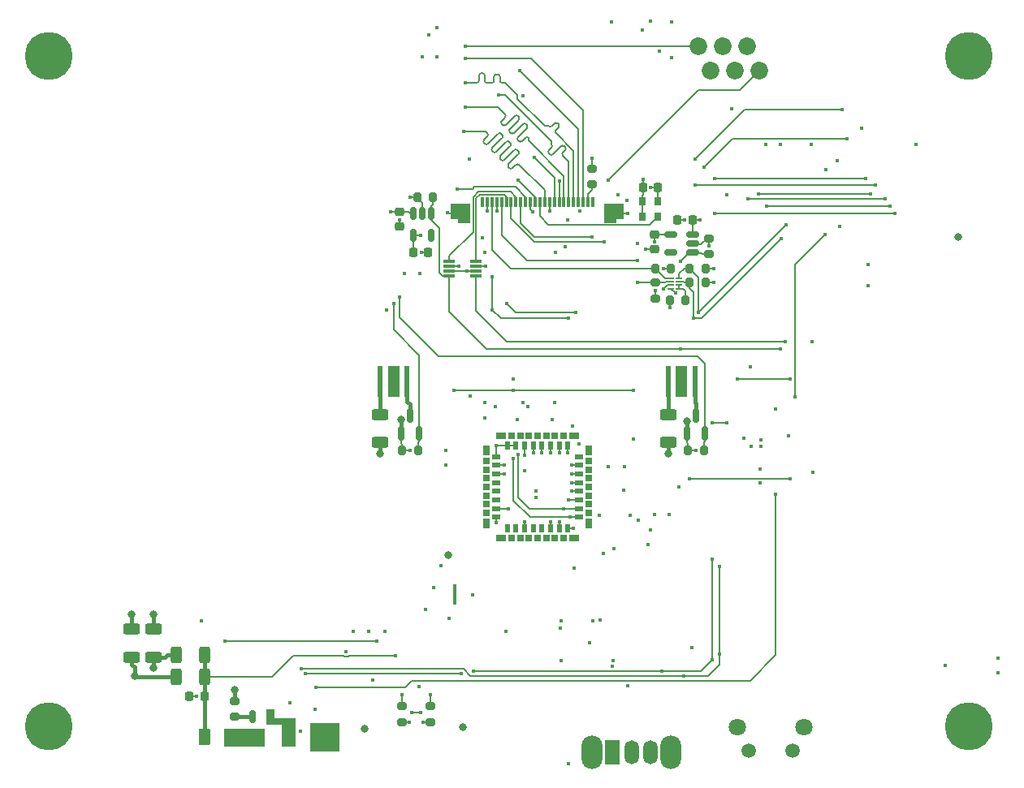
<source format=gbr>
%TF.GenerationSoftware,KiCad,Pcbnew,9.0.6+1*%
%TF.CreationDate,2026-01-19T19:04:29+00:00*%
%TF.ProjectId,Mainboard,4d61696e-626f-4617-9264-2e6b69636164, + (Unreleased)*%
%TF.SameCoordinates,Original*%
%TF.FileFunction,Copper,L4,Bot*%
%TF.FilePolarity,Positive*%
%FSLAX46Y46*%
G04 Gerber Fmt 4.6, Leading zero omitted, Abs format (unit mm)*
G04 Created by KiCad (PCBNEW 9.0.6+1) date 2026-01-19 19:04:29*
%MOMM*%
%LPD*%
G01*
G04 APERTURE LIST*
G04 Aperture macros list*
%AMRoundRect*
0 Rectangle with rounded corners*
0 $1 Rounding radius*
0 $2 $3 $4 $5 $6 $7 $8 $9 X,Y pos of 4 corners*
0 Add a 4 corners polygon primitive as box body*
4,1,4,$2,$3,$4,$5,$6,$7,$8,$9,$2,$3,0*
0 Add four circle primitives for the rounded corners*
1,1,$1+$1,$2,$3*
1,1,$1+$1,$4,$5*
1,1,$1+$1,$6,$7*
1,1,$1+$1,$8,$9*
0 Add four rect primitives between the rounded corners*
20,1,$1+$1,$2,$3,$4,$5,0*
20,1,$1+$1,$4,$5,$6,$7,0*
20,1,$1+$1,$6,$7,$8,$9,0*
20,1,$1+$1,$8,$9,$2,$3,0*%
%AMFreePoly0*
4,1,7,1.050000,-0.975000,-1.050000,-0.975000,-1.050000,0.625000,-0.250000,0.625000,-0.250000,0.975000,1.050000,0.975000,1.050000,-0.975000,1.050000,-0.975000,$1*%
%AMFreePoly1*
4,1,7,0.250000,0.625000,1.050000,0.625000,1.050000,-0.975000,-1.050000,-0.975000,-1.050000,0.975000,0.250000,0.975000,0.250000,0.625000,0.250000,0.625000,$1*%
G04 Aperture macros list end*
%TA.AperFunction,ComponentPad*%
%ADD10C,0.800000*%
%TD*%
%TA.AperFunction,ComponentPad*%
%ADD11C,5.000000*%
%TD*%
%TA.AperFunction,ComponentPad*%
%ADD12C,1.500000*%
%TD*%
%TA.AperFunction,ComponentPad*%
%ADD13C,1.800000*%
%TD*%
%TA.AperFunction,ComponentPad*%
%ADD14O,2.200000X3.500000*%
%TD*%
%TA.AperFunction,ComponentPad*%
%ADD15R,1.500000X2.500000*%
%TD*%
%TA.AperFunction,ComponentPad*%
%ADD16O,1.500000X2.500000*%
%TD*%
%TA.AperFunction,SMDPad,CuDef*%
%ADD17RoundRect,0.225000X0.225000X0.250000X-0.225000X0.250000X-0.225000X-0.250000X0.225000X-0.250000X0*%
%TD*%
%TA.AperFunction,SMDPad,CuDef*%
%ADD18R,0.650000X0.850000*%
%TD*%
%TA.AperFunction,SMDPad,CuDef*%
%ADD19RoundRect,0.225000X-0.250000X0.225000X-0.250000X-0.225000X0.250000X-0.225000X0.250000X0.225000X0*%
%TD*%
%TA.AperFunction,SMDPad,CuDef*%
%ADD20RoundRect,0.075000X0.075000X0.475000X-0.075000X0.475000X-0.075000X-0.475000X0.075000X-0.475000X0*%
%TD*%
%TA.AperFunction,SMDPad,CuDef*%
%ADD21FreePoly0,180.000000*%
%TD*%
%TA.AperFunction,SMDPad,CuDef*%
%ADD22FreePoly1,180.000000*%
%TD*%
%TA.AperFunction,SMDPad,CuDef*%
%ADD23RoundRect,0.200000X0.275000X-0.200000X0.275000X0.200000X-0.275000X0.200000X-0.275000X-0.200000X0*%
%TD*%
%TA.AperFunction,SMDPad,CuDef*%
%ADD24RoundRect,0.250000X-0.625000X0.312500X-0.625000X-0.312500X0.625000X-0.312500X0.625000X0.312500X0*%
%TD*%
%TA.AperFunction,SMDPad,CuDef*%
%ADD25RoundRect,0.200000X-0.275000X0.200000X-0.275000X-0.200000X0.275000X-0.200000X0.275000X0.200000X0*%
%TD*%
%TA.AperFunction,SMDPad,CuDef*%
%ADD26RoundRect,0.150000X-0.150000X0.512500X-0.150000X-0.512500X0.150000X-0.512500X0.150000X0.512500X0*%
%TD*%
%TA.AperFunction,SMDPad,CuDef*%
%ADD27RoundRect,0.200000X0.200000X0.275000X-0.200000X0.275000X-0.200000X-0.275000X0.200000X-0.275000X0*%
%TD*%
%TA.AperFunction,SMDPad,CuDef*%
%ADD28R,0.650000X0.170000*%
%TD*%
%TA.AperFunction,SMDPad,CuDef*%
%ADD29R,0.500000X3.300000*%
%TD*%
%TA.AperFunction,SMDPad,CuDef*%
%ADD30R,1.300000X3.300000*%
%TD*%
%TA.AperFunction,SMDPad,CuDef*%
%ADD31RoundRect,0.200000X-0.200000X-0.275000X0.200000X-0.275000X0.200000X0.275000X-0.200000X0.275000X0*%
%TD*%
%TA.AperFunction,ComponentPad*%
%ADD32C,1.850000*%
%TD*%
%TA.AperFunction,SMDPad,CuDef*%
%ADD33RoundRect,0.250000X-0.312500X-0.625000X0.312500X-0.625000X0.312500X0.625000X-0.312500X0.625000X0*%
%TD*%
%TA.AperFunction,SMDPad,CuDef*%
%ADD34R,0.650000X1.100000*%
%TD*%
%TA.AperFunction,SMDPad,CuDef*%
%ADD35R,0.650000X0.650000*%
%TD*%
%TA.AperFunction,SMDPad,CuDef*%
%ADD36R,1.100000X0.650000*%
%TD*%
%TA.AperFunction,SMDPad,CuDef*%
%ADD37R,0.840000X0.500000*%
%TD*%
%TA.AperFunction,SMDPad,CuDef*%
%ADD38R,0.500000X0.840000*%
%TD*%
%TA.AperFunction,SMDPad,CuDef*%
%ADD39RoundRect,0.087500X0.537500X0.087500X-0.537500X0.087500X-0.537500X-0.087500X0.537500X-0.087500X0*%
%TD*%
%TA.AperFunction,SMDPad,CuDef*%
%ADD40RoundRect,0.225000X-0.225000X-0.250000X0.225000X-0.250000X0.225000X0.250000X-0.225000X0.250000X0*%
%TD*%
%TA.AperFunction,SMDPad,CuDef*%
%ADD41RoundRect,0.150000X0.512500X0.150000X-0.512500X0.150000X-0.512500X-0.150000X0.512500X-0.150000X0*%
%TD*%
%TA.AperFunction,SMDPad,CuDef*%
%ADD42RoundRect,0.250000X-0.375000X-0.625000X0.375000X-0.625000X0.375000X0.625000X-0.375000X0.625000X0*%
%TD*%
%TA.AperFunction,SMDPad,CuDef*%
%ADD43RoundRect,0.150000X0.150000X-0.587500X0.150000X0.587500X-0.150000X0.587500X-0.150000X-0.587500X0*%
%TD*%
%TA.AperFunction,SMDPad,CuDef*%
%ADD44RoundRect,0.250000X0.625000X-0.312500X0.625000X0.312500X-0.625000X0.312500X-0.625000X-0.312500X0*%
%TD*%
%TA.AperFunction,ViaPad*%
%ADD45C,0.450000*%
%TD*%
%TA.AperFunction,ViaPad*%
%ADD46C,0.800000*%
%TD*%
%TA.AperFunction,Conductor*%
%ADD47C,0.200000*%
%TD*%
%TA.AperFunction,Conductor*%
%ADD48C,0.400000*%
%TD*%
%TA.AperFunction,Conductor*%
%ADD49C,0.300000*%
%TD*%
G04 APERTURE END LIST*
D10*
%TO.P,REF\u002A\u002A,1*%
%TO.N,N/C*%
X259125000Y-123000000D03*
X259674175Y-121674175D03*
X259674175Y-124325825D03*
X261000000Y-121125000D03*
D11*
X261000000Y-123000000D03*
D10*
X261000000Y-124875000D03*
X262325825Y-121674175D03*
X262325825Y-124325825D03*
X262875000Y-123000000D03*
%TD*%
D12*
%TO.P,SW901,1,1*%
%TO.N,/Project Architecture/MCU/ESP-Enable*%
X242550000Y-195550000D03*
%TO.P,SW901,2,2*%
%TO.N,GND*%
X238050000Y-195550000D03*
D13*
%TO.P,SW901,SH,B*%
X236800000Y-193050000D03*
X243800000Y-193050000D03*
%TD*%
D10*
%TO.P,REF\u002A\u002A,1*%
%TO.N,N/C*%
X259125000Y-193000000D03*
X259674175Y-191674175D03*
X259674175Y-194325825D03*
X261000000Y-191125000D03*
D11*
X261000000Y-193000000D03*
D10*
X261000000Y-194875000D03*
X262325825Y-191674175D03*
X262325825Y-194325825D03*
X262875000Y-193000000D03*
%TD*%
%TO.P,REF\u002A\u002A,1*%
%TO.N,N/C*%
X163125000Y-193000000D03*
X163674175Y-191674175D03*
X163674175Y-194325825D03*
X165000000Y-191125000D03*
D11*
X165000000Y-193000000D03*
D10*
X165000000Y-194875000D03*
X166325825Y-191674175D03*
X166325825Y-194325825D03*
X166875000Y-193000000D03*
%TD*%
D14*
%TO.P,SW701,*%
%TO.N,*%
X221700000Y-195700000D03*
X229900000Y-195700000D03*
D15*
%TO.P,SW701,1,A*%
%TO.N,Net-(SW701-A)*%
X223800000Y-195700000D03*
D16*
%TO.P,SW701,2,B*%
%TO.N,Net-(IC801-EN)*%
X225800000Y-195700000D03*
%TO.P,SW701,3,C*%
%TO.N,+BATT*%
X227800000Y-195700000D03*
%TD*%
D10*
%TO.P,REF\u002A\u002A,1*%
%TO.N,N/C*%
X163125000Y-123000000D03*
X163674175Y-121674175D03*
X163674175Y-124325825D03*
X165000000Y-121125000D03*
D11*
X165000000Y-123000000D03*
D10*
X165000000Y-124875000D03*
X166325825Y-121674175D03*
X166325825Y-124325825D03*
X166875000Y-123000000D03*
%TD*%
D17*
%TO.P,C702,1*%
%TO.N,Net-(IC702-OUT)*%
X181275000Y-189800000D03*
%TO.P,C702,2*%
%TO.N,GND*%
X179725000Y-189800000D03*
%TD*%
D18*
%TO.P,Y1201,1,Tri-State*%
%TO.N,Camera-2V8*%
X226900000Y-138225000D03*
%TO.P,Y1201,2,GND*%
%TO.N,GND*%
X228550000Y-138225000D03*
%TO.P,Y1201,3,OUT*%
%TO.N,/Project Architecture/Camera/MCLK*%
X228550000Y-139775000D03*
%TO.P,Y1201,4,VDD*%
%TO.N,Camera-2V8*%
X226900000Y-139775000D03*
%TD*%
D19*
%TO.P,C804,1*%
%TO.N,Camera-2V8*%
X228200000Y-141650000D03*
%TO.P,C804,2*%
%TO.N,GND*%
X228200000Y-143200000D03*
%TD*%
D20*
%TO.P,X1201,1,Pin_1*%
%TO.N,unconnected-(X1201-Pin_1-Pad1)*%
X221750000Y-138300000D03*
%TO.P,X1201,2,Pin_2*%
%TO.N,Net-(X1201-Pin_2)*%
X221250000Y-138300000D03*
%TO.P,X1201,3,Pin_3*%
%TO.N,/Project Architecture/Camera/Camera-D2*%
X220750000Y-138300000D03*
%TO.P,X1201,4,Pin_4*%
%TO.N,/Project Architecture/Camera/Camera-D1*%
X220250000Y-138300000D03*
%TO.P,X1201,5,Pin_5*%
%TO.N,/Project Architecture/Camera/Camera-D3*%
X219750000Y-138300000D03*
%TO.P,X1201,6,Pin_6*%
%TO.N,/Project Architecture/Camera/Camera-D0*%
X219250000Y-138300000D03*
%TO.P,X1201,7,Pin_7*%
%TO.N,/Project Architecture/Camera/Camera-D4*%
X218750000Y-138300000D03*
%TO.P,X1201,8,Pin_8*%
%TO.N,/Project Architecture/Camera/Camera-PCLK*%
X218250000Y-138300000D03*
%TO.P,X1201,9,Pin_9*%
%TO.N,/Project Architecture/Camera/Camera-D5*%
X217750000Y-138300000D03*
%TO.P,X1201,10,Pin_10*%
%TO.N,GND*%
X217250000Y-138300000D03*
%TO.P,X1201,11,Pin_11*%
%TO.N,/Project Architecture/Camera/Camera-D6*%
X216750000Y-138300000D03*
%TO.P,X1201,12,Pin_12*%
%TO.N,/Project Architecture/Camera/MCLK*%
X216250000Y-138300000D03*
%TO.P,X1201,13,Pin_13*%
%TO.N,/Project Architecture/Camera/Camera-D7*%
X215750000Y-138300000D03*
%TO.P,X1201,14,Pin_14*%
%TO.N,Camera-2V8*%
X215250000Y-138300000D03*
%TO.P,X1201,15,Pin_15*%
%TO.N,Camera-1V5*%
X214750000Y-138300000D03*
%TO.P,X1201,16,Pin_16*%
%TO.N,/Project Architecture/Camera/Camera-HREF*%
X214250000Y-138300000D03*
%TO.P,X1201,17,Pin_17*%
%TO.N,/Project Architecture/Camera/Camera-PWR_{LV}*%
X213750000Y-138300000D03*
%TO.P,X1201,18,Pin_18*%
%TO.N,/Project Architecture/Camera/Camera-VSync*%
X213250000Y-138300000D03*
%TO.P,X1201,19,Pin_19*%
%TO.N,/Project Architecture/Camera/~{Camera-Reset}_{LV}*%
X212750000Y-138300000D03*
%TO.P,X1201,20,Pin_20*%
%TO.N,/Project Architecture/Camera/SCL_{LV}*%
X212250000Y-138300000D03*
%TO.P,X1201,21,Pin_21*%
%TO.N,Camera-2V8*%
X211750000Y-138300000D03*
%TO.P,X1201,22,Pin_22*%
%TO.N,/Project Architecture/Camera/SDA_{LV}*%
X211250000Y-138300000D03*
%TO.P,X1201,23,Pin_23*%
%TO.N,GND*%
X210750000Y-138300000D03*
%TO.P,X1201,24,Pin_24*%
%TO.N,unconnected-(X1201-Pin_24-Pad24)*%
X210250000Y-138300000D03*
D21*
%TO.P,X1201,MP,MountPin*%
%TO.N,GND*%
X224000000Y-139425000D03*
D22*
X208000000Y-139425000D03*
%TD*%
D23*
%TO.P,R802,1*%
%TO.N,/Project Architecture/Camera/Camera-PWR*%
X233843750Y-143700000D03*
%TO.P,R802,2*%
%TO.N,GND*%
X233843750Y-142050000D03*
%TD*%
D24*
%TO.P,R1104,1*%
%TO.N,Net-(D1101-A)*%
X199600000Y-160437500D03*
%TO.P,R1104,2*%
%TO.N,+BATT*%
X199600000Y-163362500D03*
%TD*%
D19*
%TO.P,C802,1*%
%TO.N,+3V3*%
X201575001Y-139300000D03*
%TO.P,C802,2*%
%TO.N,GND*%
X201575001Y-140850000D03*
%TD*%
D25*
%TO.P,R709,1*%
%TO.N,GND*%
X184400000Y-190312500D03*
%TO.P,R709,2*%
%TO.N,Net-(Q701-G)*%
X184400000Y-191962500D03*
%TD*%
D26*
%TO.P,Q701,1,G*%
%TO.N,Net-(Q701-G)*%
X186250000Y-191962500D03*
%TO.P,Q701,2,S*%
%TO.N,Net-(IC703-CELL)*%
X188150000Y-191962500D03*
%TO.P,Q701,3,D*%
%TO.N,Net-(Q701-D)*%
X187200000Y-194237500D03*
%TD*%
D24*
%TO.P,R1106,1*%
%TO.N,Net-(D1102-A)*%
X229600000Y-160437500D03*
%TO.P,R1106,2*%
%TO.N,+BATT*%
X229600000Y-163362500D03*
%TD*%
D27*
%TO.P,R801,1*%
%TO.N,/Project Architecture/Camera/Camera-PWR*%
X205100000Y-137800000D03*
%TO.P,R801,2*%
%TO.N,GND*%
X203450000Y-137800000D03*
%TD*%
D28*
%TO.P,IC1202,1,GND*%
%TO.N,GND*%
X229900000Y-147300000D03*
%TO.P,IC1202,2,VCC_{1}*%
%TO.N,Camera-2V8*%
X229899999Y-146950000D03*
%TO.P,IC1202,3,SCL_{1}*%
%TO.N,/Project Architecture/Camera/SCL_{LV}*%
X229899999Y-146600000D03*
%TO.P,IC1202,4,SDA_{1}*%
%TO.N,/Project Architecture/Camera/SDA_{LV}*%
X229900000Y-146250000D03*
%TO.P,IC1202,5,SDA_{2}*%
%TO.N,/Project Architecture/Battery/I2C-SDA*%
X230749998Y-146250000D03*
%TO.P,IC1202,6,SCL_{2}*%
%TO.N,/Project Architecture/Battery/I2C-SCL*%
X230749999Y-146600000D03*
%TO.P,IC1202,7,VCC_{2}*%
%TO.N,Net-(IC1202-EN)*%
X230749999Y-146950000D03*
%TO.P,IC1202,8,EN*%
X230749998Y-147300000D03*
%TD*%
D29*
%TO.P,D1102,1,K*%
%TO.N,Net-(D1102-K)*%
X232399999Y-157000000D03*
%TO.P,D1102,2,A*%
%TO.N,Net-(D1102-A)*%
X229600001Y-157000000D03*
D30*
%TO.P,D1102,3*%
%TO.N,N/C*%
X231000000Y-157000000D03*
%TD*%
D31*
%TO.P,R1206,1*%
%TO.N,+3V3*%
X229775000Y-148500000D03*
%TO.P,R1206,2*%
%TO.N,Net-(IC1202-EN)*%
X231425000Y-148500000D03*
%TD*%
%TO.P,R1103,1*%
%TO.N,GND*%
X201875000Y-164200000D03*
%TO.P,R1103,2*%
%TO.N,/Project Architecture/Peripherals/LED-Flash_{1}*%
X203525000Y-164200000D03*
%TD*%
D32*
%TO.P,X901,1,Pin_1*%
%TO.N,/Project Architecture/MCU/ESP-Enable*%
X232790000Y-122030000D03*
%TO.P,X901,2,Pin_2*%
%TO.N,+3V3*%
X234060000Y-124570000D03*
%TO.P,X901,3,Pin_3*%
%TO.N,/Project Architecture/MCU/ESP-TxD*%
X235330000Y-122030000D03*
%TO.P,X901,4,Pin_4*%
%TO.N,GND*%
X236600000Y-124570001D03*
%TO.P,X901,5,Pin_5*%
%TO.N,/Project Architecture/MCU/ESP-RxD*%
X237870000Y-122030000D03*
%TO.P,X901,6,Pin_6*%
%TO.N,/Project Architecture/MCU/ESP-Boot*%
X239140000Y-124570000D03*
%TD*%
D33*
%TO.P,R711,1*%
%TO.N,Net-(IC703-CELL)*%
X190037500Y-194100000D03*
%TO.P,R711,2*%
%TO.N,+BATT*%
X192962500Y-194100000D03*
%TD*%
D29*
%TO.P,D1101,1,K*%
%TO.N,Net-(D1101-K)*%
X202399999Y-157000000D03*
%TO.P,D1101,2,A*%
%TO.N,Net-(D1101-A)*%
X199600001Y-157000000D03*
D30*
%TO.P,D1101,3*%
%TO.N,N/C*%
X201000000Y-157000000D03*
%TD*%
D34*
%TO.P,X1001,*%
%TO.N,*%
X210695000Y-164175000D03*
D35*
X210695000Y-165300000D03*
X210695000Y-166200000D03*
X210695000Y-167100000D03*
X210695000Y-168000000D03*
X210695000Y-168900000D03*
X210695000Y-169800000D03*
X210695000Y-170700000D03*
D34*
X210695000Y-171825000D03*
D36*
X212175000Y-162695000D03*
X212175000Y-173305000D03*
D35*
X213300000Y-162695000D03*
X213300000Y-173305000D03*
X214200000Y-162695000D03*
X214200000Y-173305000D03*
X215100000Y-162695000D03*
X215100000Y-173305000D03*
X216000000Y-162695000D03*
X216000000Y-173305000D03*
X216900000Y-162695000D03*
X216900000Y-173305000D03*
X217800000Y-162695000D03*
X217800000Y-173305000D03*
X218700000Y-162695000D03*
X218700000Y-173305000D03*
D36*
X219825000Y-162695000D03*
X219825000Y-173305000D03*
D34*
X221305000Y-164175000D03*
D35*
X221305000Y-165300000D03*
X221305000Y-166200000D03*
X221305000Y-167100000D03*
X221305000Y-168000000D03*
X221305000Y-168900000D03*
X221305000Y-169800000D03*
X221305000Y-170700000D03*
D34*
X221305000Y-171825000D03*
D37*
%TO.P,X1001,1,Pin_1*%
%TO.N,GND*%
X211690000Y-171150000D03*
%TO.P,X1001,2,Pin_2*%
%TO.N,/Project Architecture/Lepton/Lepton-VSync_{LV}*%
X211690000Y-170250000D03*
%TO.P,X1001,3,Pin_3*%
%TO.N,unconnected-(X1001-Pin_3-Pad3)*%
X211690000Y-169350000D03*
%TO.P,X1001,4,Pin_4*%
%TO.N,unconnected-(X1001-Pin_4-Pad4)*%
X211690000Y-168450000D03*
%TO.P,X1001,5,Pin_5*%
%TO.N,unconnected-(X1001-Pin_5-Pad5)*%
X211690000Y-167550000D03*
%TO.P,X1001,6,Pin_6*%
%TO.N,GND*%
X211690000Y-166650000D03*
%TO.P,X1001,7,Pin_7*%
%TO.N,Lepton-1V2*%
X211690000Y-165750000D03*
%TO.P,X1001,8,Pin_8*%
%TO.N,GND*%
X211690000Y-164850000D03*
D38*
%TO.P,X1001,9,Pin_9*%
X212850000Y-163690000D03*
%TO.P,X1001,10,Pin_10*%
X213750000Y-163690000D03*
%TO.P,X1001,11,Pin_11*%
%TO.N,Net-(X1001-Pin_11)*%
X214650000Y-163690000D03*
%TO.P,X1001,12,Pin_12*%
%TO.N,/Project Architecture/Lepton/Lepton-MISO_{LV}*%
X215550000Y-163690000D03*
%TO.P,X1001,13,Pin_13*%
%TO.N,/Project Architecture/Lepton/Lepton-SCLK_{LV}*%
X216450000Y-163690000D03*
%TO.P,X1001,14,Pin_14*%
%TO.N,/Project Architecture/Lepton/~{Lepton-CS}_{LV}*%
X217350000Y-163690000D03*
%TO.P,X1001,15,Pin_15*%
%TO.N,GND*%
X218250000Y-163690000D03*
%TO.P,X1001,16,Pin_16*%
%TO.N,Lepton-3V0*%
X219150000Y-163690000D03*
D37*
%TO.P,X1001,17,Pin_17*%
%TO.N,unconnected-(X1001-Pin_17-Pad17)*%
X220310000Y-164850000D03*
%TO.P,X1001,18,Pin_18*%
%TO.N,GND*%
X220310000Y-165750000D03*
%TO.P,X1001,19,Pin_19*%
%TO.N,Lepton-2V8*%
X220310000Y-166650000D03*
%TO.P,X1001,20,Pin_20*%
%TO.N,GND*%
X220310000Y-167550000D03*
%TO.P,X1001,21,Pin_21*%
%TO.N,/Project Architecture/Lepton/SCL_{LV}*%
X220310000Y-168450000D03*
%TO.P,X1001,22,Pin_22*%
%TO.N,/Project Architecture/Lepton/SDA_{LV}*%
X220310000Y-169350000D03*
%TO.P,X1001,23,Pin_23*%
%TO.N,/Project Architecture/Lepton/~{Lepton-PWR}_{LV}*%
X220310000Y-170250000D03*
%TO.P,X1001,24,Pin_24*%
%TO.N,/Project Architecture/Lepton/~{Lepton-Reset}_{LV}*%
X220310000Y-171150000D03*
D38*
%TO.P,X1001,25,Pin_25*%
%TO.N,GND*%
X219150000Y-172310000D03*
%TO.P,X1001,26,Pin_26*%
%TO.N,Net-(X1001-Pin_26)*%
X218250000Y-172310000D03*
%TO.P,X1001,27,Pin_27*%
%TO.N,GND*%
X217350000Y-172310000D03*
%TO.P,X1001,28,Pin_28*%
%TO.N,unconnected-(X1001-Pin_28-Pad28)*%
X216450000Y-172310000D03*
%TO.P,X1001,29,Pin_29*%
%TO.N,unconnected-(X1001-Pin_29-Pad29)*%
X215550000Y-172310000D03*
%TO.P,X1001,30,Pin_30*%
%TO.N,GND*%
X214650000Y-172310000D03*
%TO.P,X1001,31,Pin_31*%
%TO.N,unconnected-(X1001-Pin_31-Pad31)*%
X213750000Y-172310000D03*
%TO.P,X1001,32,Pin_32*%
%TO.N,unconnected-(X1001-Pin_32-Pad32)*%
X212850000Y-172310000D03*
%TD*%
D39*
%TO.P,IC1201,1,B2*%
%TO.N,/Project Architecture/Camera/~{Camera-Reset}_{LV}*%
X209600000Y-144449999D03*
%TO.P,IC1201,2,GND*%
%TO.N,GND*%
X209600000Y-144950000D03*
%TO.P,IC1201,3,VCCA*%
%TO.N,+3V3*%
X209600000Y-145450000D03*
%TO.P,IC1201,4,A2*%
%TO.N,/Project Architecture/Camera/~{Camera-Reset}*%
X209600000Y-145950001D03*
%TO.P,IC1201,5,A1*%
%TO.N,/Project Architecture/Camera/Camera-PWR*%
X206800000Y-145950001D03*
%TO.P,IC1201,6,OE*%
%TO.N,+3V3*%
X206800000Y-145450000D03*
%TO.P,IC1201,7,VCCB*%
%TO.N,Camera-2V8*%
X206800000Y-144950000D03*
%TO.P,IC1201,8,B1*%
%TO.N,/Project Architecture/Camera/Camera-PWR_{LV}*%
X206800000Y-144449999D03*
%TD*%
D17*
%TO.P,C803,1*%
%TO.N,+3V3*%
X232137500Y-140100000D03*
%TO.P,C803,2*%
%TO.N,GND*%
X230587500Y-140100000D03*
%TD*%
D31*
%TO.P,R1208,1*%
%TO.N,/Project Architecture/Battery/I2C-SDA*%
X231875000Y-145200000D03*
%TO.P,R1208,2*%
%TO.N,+3V3*%
X233525000Y-145200000D03*
%TD*%
D40*
%TO.P,C805,1*%
%TO.N,Camera-1V5*%
X203050000Y-143500000D03*
%TO.P,C805,2*%
%TO.N,GND*%
X204600000Y-143500000D03*
%TD*%
D33*
%TO.P,R705,1*%
%TO.N,Net-(X702-Pin_1)*%
X178350000Y-185500000D03*
%TO.P,R705,2*%
%TO.N,Net-(IC702-OUT)*%
X181275000Y-185500000D03*
%TD*%
D41*
%TO.P,IC802,1,IN*%
%TO.N,+3V3*%
X232137500Y-141650000D03*
%TO.P,IC802,2,GND*%
%TO.N,GND*%
X232137500Y-142600000D03*
%TO.P,IC802,3,EN*%
%TO.N,/Project Architecture/Camera/Camera-PWR*%
X232137500Y-143550000D03*
%TO.P,IC802,4,NC*%
%TO.N,unconnected-(IC802-NC-Pad4)*%
X229862500Y-143550000D03*
%TO.P,IC802,5,OUT*%
%TO.N,Camera-2V8*%
X229862500Y-141650000D03*
%TD*%
D42*
%TO.P,F701,1*%
%TO.N,Net-(IC702-OUT)*%
X181275000Y-194110000D03*
%TO.P,F701,2*%
%TO.N,Net-(Q701-D)*%
X184075000Y-194110000D03*
%TD*%
D43*
%TO.P,Q1102,1,G*%
%TO.N,/Project Architecture/Peripherals/LED-Flash_{2}*%
X233450000Y-162437500D03*
%TO.P,Q1102,2,S*%
%TO.N,GND*%
X231550000Y-162437500D03*
%TO.P,Q1102,3,D*%
%TO.N,Net-(D1102-K)*%
X232500000Y-160562500D03*
%TD*%
D31*
%TO.P,R1105,1*%
%TO.N,GND*%
X231675000Y-164200000D03*
%TO.P,R1105,2*%
%TO.N,/Project Architecture/Peripherals/LED-Flash_{2}*%
X233325000Y-164200000D03*
%TD*%
D33*
%TO.P,R707,1*%
%TO.N,Net-(X702-Pin_2)*%
X178350000Y-187800000D03*
%TO.P,R707,2*%
%TO.N,Net-(IC702-OUT)*%
X181275000Y-187800000D03*
%TD*%
D40*
%TO.P,C1201,1*%
%TO.N,Camera-2V8*%
X227000000Y-136725000D03*
%TO.P,C1201,2*%
%TO.N,GND*%
X228550000Y-136725000D03*
%TD*%
D24*
%TO.P,R706,1*%
%TO.N,GND*%
X176000000Y-182837500D03*
%TO.P,R706,2*%
%TO.N,Net-(X702-Pin_1)*%
X176000000Y-185762500D03*
%TD*%
D43*
%TO.P,Q1101,1,G*%
%TO.N,/Project Architecture/Peripherals/LED-Flash_{1}*%
X203650000Y-162437500D03*
%TO.P,Q1101,2,S*%
%TO.N,GND*%
X201750000Y-162437500D03*
%TO.P,Q1101,3,D*%
%TO.N,Net-(D1101-K)*%
X202700000Y-160562500D03*
%TD*%
D26*
%TO.P,IC803,1,IN*%
%TO.N,+3V3*%
X203050000Y-139462500D03*
%TO.P,IC803,2,GND*%
%TO.N,GND*%
X204000000Y-139462500D03*
%TO.P,IC803,3,EN*%
%TO.N,/Project Architecture/Camera/Camera-PWR*%
X204950000Y-139462500D03*
%TO.P,IC803,4,NC*%
%TO.N,unconnected-(IC803-NC-Pad4)*%
X204950000Y-141737500D03*
%TO.P,IC803,5,OUT*%
%TO.N,Camera-1V5*%
X203050000Y-141737500D03*
%TD*%
D23*
%TO.P,R702,1*%
%TO.N,GND*%
X201850000Y-192525000D03*
%TO.P,R702,2*%
%TO.N,Net-(X701-CC1)*%
X201850000Y-190875000D03*
%TD*%
%TO.P,R701,1*%
%TO.N,GND*%
X204850000Y-192525000D03*
%TO.P,R701,2*%
%TO.N,Net-(X701-CC2)*%
X204850000Y-190875000D03*
%TD*%
D25*
%TO.P,R1204,1*%
%TO.N,/Project Architecture/Camera/SCL_{LV}*%
X228300000Y-146675000D03*
%TO.P,R1204,2*%
%TO.N,Camera-2V8*%
X228300000Y-148325000D03*
%TD*%
D44*
%TO.P,R708,1*%
%TO.N,Net-(X702-Pin_2)*%
X173700000Y-185762500D03*
%TO.P,R708,2*%
%TO.N,GND*%
X173700000Y-182837500D03*
%TD*%
D23*
%TO.P,R1201,1*%
%TO.N,Net-(X1201-Pin_2)*%
X221700000Y-136425000D03*
%TO.P,R1201,2*%
%TO.N,+3V3*%
X221700000Y-134775000D03*
%TD*%
D31*
%TO.P,R1207,1*%
%TO.N,/Project Architecture/Battery/I2C-SCL*%
X231875000Y-146700000D03*
%TO.P,R1207,2*%
%TO.N,+3V3*%
X233525000Y-146700000D03*
%TD*%
%TO.P,R1205,1*%
%TO.N,/Project Architecture/Camera/SDA_{LV}*%
X228275000Y-145200000D03*
%TO.P,R1205,2*%
%TO.N,Camera-2V8*%
X229925000Y-145200000D03*
%TD*%
D45*
%TO.N,GND*%
X206400000Y-164200000D03*
X222900000Y-174900000D03*
X221460000Y-184270000D03*
X225400000Y-139425000D03*
X205900000Y-176225000D03*
X239175000Y-167600000D03*
X202700000Y-164200000D03*
X218250000Y-164400000D03*
D46*
X201750000Y-160950000D03*
D45*
X227800000Y-136725000D03*
D46*
X208210000Y-193100000D03*
D45*
X210600000Y-144950000D03*
X205150000Y-178500000D03*
X221800000Y-182000000D03*
X210750000Y-139200000D03*
X201575000Y-140130000D03*
X225025000Y-165875000D03*
X206600000Y-139400000D03*
X196054999Y-185200000D03*
X223800000Y-186700000D03*
X238300000Y-163725000D03*
D46*
X259875000Y-141900000D03*
D45*
X217350000Y-171600000D03*
D46*
X176000000Y-181300000D03*
D45*
X233843750Y-142843750D03*
X217250000Y-139200000D03*
X202100000Y-145700000D03*
X242150000Y-162650000D03*
X219200000Y-196900000D03*
X203859876Y-143500000D03*
X263987500Y-187425000D03*
X180975001Y-182000000D03*
X247250000Y-133950000D03*
X211600000Y-159600000D03*
X219700000Y-172310000D03*
X210475000Y-159175000D03*
X190205000Y-190487500D03*
X232500000Y-164200000D03*
X219675000Y-161625000D03*
X214650000Y-166325000D03*
X240850000Y-159900000D03*
X219600000Y-167550000D03*
X202605000Y-192525000D03*
X191305000Y-193475000D03*
X209000000Y-158500000D03*
D46*
X184400000Y-189150000D03*
D45*
X212500000Y-166650000D03*
X219600000Y-165750000D03*
D46*
X173700000Y-181300000D03*
D45*
X231337500Y-140100000D03*
X230700000Y-167975000D03*
X227300000Y-143200000D03*
X215000000Y-159600000D03*
X229725000Y-170875000D03*
X204080000Y-192525000D03*
X209257957Y-179264617D03*
X220300000Y-163550000D03*
X244500000Y-132300000D03*
X226500000Y-171500000D03*
X205500000Y-120075000D03*
X214650000Y-171600000D03*
X203605000Y-188800000D03*
X223700000Y-119490000D03*
X258487500Y-186650000D03*
D46*
X231550000Y-161150000D03*
D45*
X230400000Y-147800000D03*
X255500000Y-132300000D03*
X211690000Y-163690000D03*
X180475000Y-189800000D03*
D46*
X197990000Y-193200000D03*
D45*
X225000000Y-168350000D03*
X238150000Y-155500000D03*
X205500000Y-123125000D03*
X198855000Y-188109876D03*
X206400000Y-165750000D03*
X226000000Y-162975000D03*
X211690000Y-171700000D03*
X214500000Y-127210000D03*
X202700000Y-137800000D03*
X204305000Y-180775000D03*
X250500000Y-144775000D03*
%TO.N,+3V3*%
X236200000Y-128500000D03*
X196800000Y-183100000D03*
X232100000Y-184800000D03*
X246100000Y-134900000D03*
X239200000Y-166100000D03*
X239800000Y-132275000D03*
X204700000Y-120875000D03*
X217775001Y-159175001D03*
X223400000Y-165875000D03*
X192800000Y-191225000D03*
X214500000Y-159175000D03*
D46*
X206700000Y-175100000D03*
D45*
X229775000Y-149300000D03*
X204000000Y-123100000D03*
X227800000Y-172500000D03*
X239300000Y-163800000D03*
X225400000Y-188750000D03*
X200700000Y-139300000D03*
X247500000Y-140800000D03*
X224000000Y-174400000D03*
X232900000Y-140100000D03*
X210475000Y-160800000D03*
X228200000Y-170875000D03*
X221700000Y-133700000D03*
X234400000Y-146700000D03*
X244600000Y-152800000D03*
X234400000Y-145200000D03*
X198405000Y-183100000D03*
X227500000Y-174000000D03*
X208600000Y-145450000D03*
X241300000Y-132275000D03*
X203725000Y-145700000D03*
X235700000Y-137475000D03*
X263987500Y-185875000D03*
X244720001Y-166500000D03*
X227800000Y-119375000D03*
X250475000Y-146975000D03*
X237500000Y-162925000D03*
X223900000Y-186100000D03*
%TO.N,/Project Architecture/Lepton/~{Lepton-Reset}_{LV}*%
X219400000Y-171150000D03*
X213500000Y-165000000D03*
%TO.N,/Project Architecture/Lepton/Lepton-VSync_{LV}*%
X213000000Y-170250000D03*
%TO.N,/Project Architecture/Lepton/~{Lepton-PWR}_{LV}*%
X214000000Y-164600000D03*
X218700000Y-170250000D03*
%TO.N,/Project Architecture/Lepton/~{Lepton-PWR}*%
X226000000Y-157900000D03*
X207300000Y-157900000D03*
X242350000Y-167150000D03*
X231800000Y-167150000D03*
X213500000Y-157900000D03*
%TO.N,/Project Architecture/Lepton/SDA_{LV}*%
X219200000Y-169350000D03*
%TO.N,/Project Architecture/Lepton/SCL_{LV}*%
X219600000Y-168450000D03*
%TO.N,/Project Architecture/Lepton/~{Lepton-CS}_{LV}*%
X217350000Y-164400000D03*
%TO.N,/Project Architecture/Lepton/Lepton-SCLK_{LV}*%
X216450000Y-164400000D03*
%TO.N,/Project Architecture/Lepton/Lepton-MISO_{LV}*%
X215550000Y-164400000D03*
%TO.N,/Project Architecture/Battery/Battery-Charge*%
X212700000Y-183100000D03*
X200100000Y-183100000D03*
%TO.N,/Project Architecture/Camera/Camera-PWR*%
X230900000Y-144500000D03*
X241350000Y-153600000D03*
X230900000Y-153600000D03*
%TO.N,/Project Architecture/Camera/~{Camera-Reset}*%
X241850000Y-152800000D03*
%TO.N,/Project Architecture/Camera/SCL_{LV}*%
X226400000Y-144400000D03*
X226400000Y-146675000D03*
%TO.N,Net-(X1001-Pin_26)*%
X218250000Y-171600000D03*
D46*
%TO.N,+BATT*%
X194600000Y-193200000D03*
D45*
X218400000Y-182700000D03*
X218500000Y-182000000D03*
X218500000Y-186100000D03*
D46*
X199600000Y-164500000D03*
X194600000Y-195000000D03*
D45*
X206750000Y-181700000D03*
X207400000Y-180125000D03*
D46*
X229600000Y-164500000D03*
D45*
X207400000Y-178300000D03*
D46*
X194600000Y-194100000D03*
D45*
X222500000Y-181900000D03*
%TO.N,Lepton-2V8*%
X219600000Y-166650000D03*
%TO.N,Lepton-1V2*%
X212500000Y-165750000D03*
%TO.N,Lepton-3V0*%
X215800000Y-168450000D03*
X222425000Y-171000000D03*
X217500000Y-161000000D03*
X225700000Y-171000000D03*
X219150000Y-164400000D03*
X215825000Y-169125000D03*
X219800000Y-176500000D03*
X213900000Y-161000000D03*
%TO.N,/Project Architecture/MCU/~{Expander-Int}*%
X226900000Y-120300000D03*
X239300000Y-163100000D03*
%TO.N,/Project Architecture/Peripherals/~{SD-CD}*%
X242850000Y-158600000D03*
X246000000Y-141625000D03*
%TO.N,/Project Architecture/Display/SPI-MOSI*%
X237900000Y-137900000D03*
X252250000Y-137900000D03*
%TO.N,/Project Architecture/Display/~{Touch-Reset}*%
X224400000Y-137500000D03*
X232450000Y-133750000D03*
X220445000Y-139200000D03*
X247750000Y-128600000D03*
%TO.N,/Project Architecture/Display/~{Display-Reset}*%
X217900000Y-143500000D03*
X210500000Y-143500000D03*
X234500000Y-135800000D03*
X250250000Y-135800000D03*
%TO.N,/Project Architecture/Display/Display-DC*%
X251250000Y-136500000D03*
X232400000Y-136500000D03*
X210285000Y-142000000D03*
X218900000Y-142900000D03*
%TO.N,/Project Architecture/Display/~{Touch-IRQ}*%
X219175000Y-140100000D03*
X225300000Y-138100000D03*
X248250000Y-131700000D03*
X233400000Y-134600000D03*
%TO.N,/Project Architecture/Display/SPI-MISO*%
X252750000Y-138700000D03*
X239878000Y-138700000D03*
%TO.N,/Project Architecture/Display/SPI-SCLK*%
X250750000Y-137400000D03*
X239000000Y-137400000D03*
%TO.N,Camera-2V8*%
X211800000Y-139200000D03*
X227000000Y-135900000D03*
X215500000Y-139300000D03*
X228200000Y-142400000D03*
X229161034Y-147300000D03*
X228300000Y-147500000D03*
X207800000Y-144950000D03*
X229100000Y-145200000D03*
%TO.N,Camera-1V5*%
X207600000Y-136900000D03*
X203800000Y-141737500D03*
%TO.N,/Project Architecture/MCU/ESP-Enable*%
X208500000Y-122030000D03*
%TO.N,/Project Architecture/Battery/I2C-SDA*%
X241950000Y-140650000D03*
X212825000Y-148875000D03*
X191400000Y-187000000D03*
X235000000Y-176300000D03*
X220000000Y-149800000D03*
X235000000Y-185400000D03*
X232800000Y-149800000D03*
X231275000Y-187700000D03*
%TO.N,/Project Architecture/Battery/I2C-SCL*%
X211300000Y-149525000D03*
X219200000Y-150400000D03*
X232300000Y-150400000D03*
X229000000Y-187200000D03*
X209339752Y-187200000D03*
X191831000Y-187500000D03*
X211300000Y-146045000D03*
X234200000Y-161350000D03*
X235700000Y-161350000D03*
X241400000Y-142100000D03*
X234200000Y-186000000D03*
X208005000Y-187500000D03*
X234200000Y-175500000D03*
%TO.N,/Project Architecture/Camera/Camera-D7*%
X213999999Y-136000000D03*
%TO.N,/Project Architecture/Camera/Camera-D5*%
X215650000Y-133650000D03*
%TO.N,/Project Architecture/Camera/Camera-VSync*%
X222985000Y-142400000D03*
%TO.N,/Project Architecture/Camera/Camera-D0*%
X211900000Y-127110000D03*
%TO.N,/Project Architecture/Camera/Camera-HREF*%
X221715000Y-141900000D03*
%TO.N,/Project Architecture/Camera/Camera-D6*%
X208300000Y-130920000D03*
%TO.N,/Project Architecture/Display/Display-Backlight*%
X253250000Y-139500000D03*
X226400000Y-142600000D03*
X234500000Y-139500000D03*
X200300000Y-149525000D03*
%TO.N,/Project Architecture/Camera/Camera-D2*%
X208500000Y-123300000D03*
%TO.N,/Project Architecture/MCU/ESP-Boot*%
X223400000Y-136000000D03*
%TO.N,/Project Architecture/Camera/Camera-D3*%
X208500000Y-125840000D03*
%TO.N,/Project Architecture/Camera/Camera-D1*%
X214170000Y-124570000D03*
%TO.N,/Project Architecture/Camera/Camera-PCLK*%
X218250000Y-136100000D03*
X208900000Y-133800000D03*
%TO.N,/Project Architecture/Camera/Camera-D4*%
X208500000Y-128380000D03*
%TO.N,/Project Architecture/MCU/ESP-RxD*%
X230000000Y-123200000D03*
X230000000Y-119500000D03*
%TO.N,Net-(X701-CC2)*%
X204850000Y-189700000D03*
%TO.N,Net-(X701-CC1)*%
X201850000Y-189700000D03*
%TO.N,Net-(X1001-Pin_11)*%
X214650000Y-164700000D03*
%TO.N,/Project Architecture/Lepton/~{Lepton-Reset}*%
X242350000Y-156700000D03*
X236800000Y-156700000D03*
X213500000Y-156700000D03*
%TO.N,/Project Architecture/Peripherals/LED-Flash_{2}*%
X201600000Y-148225000D03*
%TO.N,/Project Architecture/Peripherals/LED-Flash_{1}*%
X201000000Y-148875000D03*
%TO.N,/Project Architecture/Display/~{Display-Expander-Int}*%
X228700000Y-122500000D03*
X249750000Y-130600000D03*
%TO.N,Net-(IC702-OUT)*%
X201200000Y-185600000D03*
%TO.N,Net-(IC701-I{slash}O2-Pad3)*%
X202850000Y-191500000D03*
X203850000Y-191500000D03*
%TO.N,Net-(IC702-TS)*%
X183400000Y-184100000D03*
X199205000Y-184100000D03*
%TO.N,Net-(IC703-CELL)*%
X190305000Y-192700000D03*
%TO.N,/Project Architecture/Battery/~{Battery-Alert}*%
X240850000Y-168800000D03*
X192925000Y-188900000D03*
D46*
%TO.N,Net-(X702-Pin_1)*%
X176000000Y-186900000D03*
%TO.N,Net-(X702-Pin_2)*%
X174000000Y-187700000D03*
%TD*%
D47*
%TO.N,GND*%
X217250000Y-139200000D02*
X217250000Y-138300000D01*
D48*
X176000000Y-182837500D02*
X176000000Y-181300000D01*
D47*
X233843750Y-142050000D02*
X233668750Y-142050000D01*
X202605000Y-192525000D02*
X201855000Y-192525000D01*
X211690000Y-163690000D02*
X212850000Y-163690000D01*
X210750000Y-139200000D02*
X210750000Y-138300000D01*
X229900000Y-147300000D02*
X230400000Y-147800000D01*
X211690000Y-171150000D02*
X211690000Y-171700000D01*
X217350000Y-171600000D02*
X217350000Y-172310000D01*
X228550000Y-138225000D02*
X228550000Y-136725000D01*
D48*
X231550000Y-161150000D02*
X231550000Y-162437500D01*
D47*
X202700000Y-137800000D02*
X203450000Y-137800000D01*
X231675000Y-164200000D02*
X232500000Y-164200000D01*
X233668750Y-142050000D02*
X233043750Y-142675000D01*
X219600000Y-165750000D02*
X220310000Y-165750000D01*
X212850000Y-163690000D02*
X213750000Y-163690000D01*
X206600000Y-139400000D02*
X206625000Y-139425000D01*
X201750000Y-163450000D02*
X201750000Y-162437500D01*
X211690000Y-164850000D02*
X211690000Y-163690000D01*
X230587500Y-140100000D02*
X231337500Y-140100000D01*
X233043750Y-142675000D02*
X232181250Y-142674999D01*
X204000000Y-139462500D02*
X204000000Y-138350000D01*
X231675000Y-164200000D02*
X231675000Y-163475000D01*
X231550000Y-163350000D02*
X231550000Y-162437500D01*
X231675000Y-163475000D02*
X231550000Y-163350000D01*
X180475000Y-189800000D02*
X179725000Y-189800000D01*
X209600000Y-144950000D02*
X210600000Y-144950000D01*
X201575000Y-140130000D02*
X201575000Y-140850000D01*
X219700000Y-172310000D02*
X219150000Y-172310000D01*
X201875000Y-164200000D02*
X202700000Y-164200000D01*
X201875000Y-163575000D02*
X201750000Y-163450000D01*
X225400000Y-139425000D02*
X224000000Y-139425000D01*
X214650000Y-171600000D02*
X214650000Y-172310000D01*
X233843750Y-142843750D02*
X233843750Y-142050000D01*
X212500000Y-166650000D02*
X211690000Y-166650000D01*
X227800000Y-136725000D02*
X228550000Y-136725000D01*
X219600000Y-167550000D02*
X220310000Y-167550000D01*
X218250000Y-164400000D02*
X218250000Y-163690000D01*
D48*
X184400000Y-189150000D02*
X184400000Y-190312500D01*
D47*
X204000000Y-138350000D02*
X203450000Y-137800000D01*
X206625000Y-139425000D02*
X208000000Y-139425000D01*
X227300000Y-143200000D02*
X228200000Y-143200000D01*
D48*
X173700000Y-182837500D02*
X173700000Y-181300000D01*
D47*
X204080000Y-192525000D02*
X204855000Y-192525000D01*
X201875000Y-164200000D02*
X201875000Y-163575000D01*
D48*
X201750000Y-160950000D02*
X201750000Y-162437500D01*
D47*
X203859876Y-143500000D02*
X204575000Y-143500000D01*
%TO.N,+3V3*%
X206800000Y-145450000D02*
X208600000Y-145450000D01*
X201575001Y-139300000D02*
X200700000Y-139300000D01*
X203049999Y-139462501D02*
X202732501Y-139462501D01*
X233525000Y-145200000D02*
X234400000Y-145200000D01*
X202570000Y-139300000D02*
X201575000Y-139300000D01*
X233525000Y-146700000D02*
X234400000Y-146700000D01*
X203050000Y-139462500D02*
X203049999Y-139462501D01*
X232900000Y-140100000D02*
X232137500Y-140100000D01*
X229775000Y-149300000D02*
X229775000Y-148500000D01*
X221700000Y-134775000D02*
X221700000Y-133700000D01*
X202732501Y-139462501D02*
X202570000Y-139300000D01*
X208600000Y-145450000D02*
X209600000Y-145450000D01*
X232137500Y-140100000D02*
X232137500Y-141650000D01*
%TO.N,/Project Architecture/Lepton/~{Lepton-Reset}_{LV}*%
X219400000Y-171150000D02*
X215250000Y-171150000D01*
X213500000Y-169400000D02*
X213500000Y-165000000D01*
X220310000Y-171150000D02*
X219400000Y-171150000D01*
X215250000Y-171150000D02*
X213500000Y-169400000D01*
%TO.N,/Project Architecture/Lepton/Lepton-VSync_{LV}*%
X213000000Y-170250000D02*
X211690000Y-170250000D01*
%TO.N,/Project Architecture/Lepton/~{Lepton-PWR}_{LV}*%
X215150000Y-170250000D02*
X218700000Y-170250000D01*
X214000000Y-169100000D02*
X215150000Y-170250000D01*
X214000000Y-164600000D02*
X214000000Y-169100000D01*
X218700000Y-170250000D02*
X220310000Y-170250000D01*
%TO.N,/Project Architecture/Lepton/~{Lepton-PWR}*%
X207300000Y-157900000D02*
X213500000Y-157900000D01*
X242350000Y-167150000D02*
X231800000Y-167150000D01*
X213500000Y-157900000D02*
X226000000Y-157900000D01*
%TO.N,/Project Architecture/Lepton/SDA_{LV}*%
X219200000Y-169350000D02*
X220310000Y-169350000D01*
%TO.N,/Project Architecture/Lepton/SCL_{LV}*%
X219600000Y-168450000D02*
X220310000Y-168450000D01*
%TO.N,/Project Architecture/Lepton/~{Lepton-CS}_{LV}*%
X217350000Y-164400000D02*
X217350000Y-163690000D01*
%TO.N,/Project Architecture/Lepton/Lepton-SCLK_{LV}*%
X216450000Y-164400000D02*
X216450000Y-163690000D01*
%TO.N,/Project Architecture/Lepton/Lepton-MISO_{LV}*%
X215550000Y-164400000D02*
X215550000Y-163690000D01*
%TO.N,/Project Architecture/Camera/~{Camera-Reset}_{LV}*%
X212499999Y-137500000D02*
X212750000Y-137750001D01*
X209607000Y-137893000D02*
X210000000Y-137500000D01*
X209600000Y-141561034D02*
X209607000Y-141554034D01*
X210000000Y-137500000D02*
X212499999Y-137500000D01*
X212750000Y-137750001D02*
X212750000Y-138300000D01*
X209607000Y-141554034D02*
X209607000Y-137893000D01*
X209600000Y-144449999D02*
X209600000Y-141561034D01*
%TO.N,/Project Architecture/Camera/Camera-PWR*%
X206125000Y-145950001D02*
X205800000Y-145625001D01*
X204950000Y-139462500D02*
X204950000Y-138670000D01*
X206800000Y-145950001D02*
X206800000Y-149700000D01*
X233168750Y-143700000D02*
X233093750Y-143625000D01*
X230900000Y-144500000D02*
X231850000Y-143550000D01*
X205800000Y-145625001D02*
X205800000Y-141000000D01*
X206800000Y-149700000D02*
X210700000Y-153600000D01*
X204950000Y-138670000D02*
X205100000Y-138520000D01*
X206800000Y-145950001D02*
X206125000Y-145950001D01*
X210700000Y-153600000D02*
X230900000Y-153600000D01*
X205800000Y-141000000D02*
X204950000Y-140150000D01*
X231850000Y-143550000D02*
X232137500Y-143550000D01*
X205100000Y-138520000D02*
X205100000Y-137800000D01*
X233093750Y-143625000D02*
X232181250Y-143625000D01*
X241350000Y-153600000D02*
X230900000Y-153600000D01*
X233843750Y-143700000D02*
X233168750Y-143700000D01*
X204950000Y-140150000D02*
X204950000Y-139462500D01*
%TO.N,/Project Architecture/Camera/~{Camera-Reset}*%
X241900000Y-152800000D02*
X212800000Y-152800000D01*
X212800000Y-152800000D02*
X209600000Y-149600000D01*
X209600000Y-149600000D02*
X209600000Y-145950001D01*
%TO.N,/Project Architecture/Camera/Camera-PWR_{LV}*%
X209281000Y-137757966D02*
X209281000Y-141419000D01*
X209864966Y-137174000D02*
X209281000Y-137757966D01*
X213173999Y-137174000D02*
X209864966Y-137174000D01*
X209281000Y-141419000D02*
X206800000Y-143900000D01*
X213750000Y-138300000D02*
X213750000Y-137750001D01*
X206800000Y-143900000D02*
X206800000Y-144449999D01*
X213750000Y-137750001D02*
X213173999Y-137174000D01*
%TO.N,/Project Architecture/Camera/SCL_{LV}*%
X229325000Y-146675000D02*
X229400000Y-146600000D01*
X226400000Y-146675000D02*
X228300000Y-146675000D01*
X214900000Y-144400000D02*
X212250000Y-141750000D01*
X228300000Y-146675000D02*
X229325000Y-146675000D01*
X212250000Y-141750000D02*
X212250000Y-138300000D01*
X229400000Y-146600000D02*
X229899999Y-146600000D01*
X226400000Y-144400000D02*
X214900000Y-144400000D01*
%TO.N,/Project Architecture/Camera/SDA_{LV}*%
X228275000Y-145200000D02*
X213200000Y-145200000D01*
X229900000Y-146250000D02*
X229325000Y-146250000D01*
X213200000Y-145200000D02*
X211250000Y-143250000D01*
X211250000Y-143250000D02*
X211250000Y-138300000D01*
X229325000Y-146250000D02*
X228275000Y-145200000D01*
%TO.N,Net-(X1001-Pin_26)*%
X218250000Y-171600000D02*
X218250000Y-172310000D01*
%TO.N,/Project Architecture/Camera/MCLK*%
X227694000Y-140631000D02*
X228550000Y-139775000D01*
X216250000Y-139750000D02*
X217131000Y-140631000D01*
X216250000Y-138300000D02*
X216250000Y-139750000D01*
X217131000Y-140631000D02*
X227694000Y-140631000D01*
D48*
%TO.N,+BATT*%
X229600000Y-163362500D02*
X229600000Y-164500000D01*
X199600000Y-163362500D02*
X199600000Y-164500000D01*
D49*
X207400000Y-178300000D02*
X207400000Y-180125000D01*
D47*
%TO.N,Lepton-2V8*%
X219600000Y-166650000D02*
X220310000Y-166650000D01*
%TO.N,Lepton-1V2*%
X211690000Y-165750000D02*
X212500000Y-165750000D01*
%TO.N,Lepton-3V0*%
X219150000Y-164400000D02*
X219150000Y-163690000D01*
%TO.N,/Project Architecture/Peripherals/~{SD-CD}*%
X246000000Y-141625000D02*
X242850000Y-144775000D01*
X242850000Y-144775000D02*
X242850000Y-158600000D01*
%TO.N,/Project Architecture/Display/SPI-MOSI*%
X237900000Y-137900000D02*
X252250000Y-137900000D01*
%TO.N,/Project Architecture/Display/~{Touch-Reset}*%
X237600000Y-128600000D02*
X247750000Y-128600000D01*
X232450000Y-133750000D02*
X237600000Y-128600000D01*
%TO.N,/Project Architecture/Display/~{Display-Reset}*%
X250250000Y-135800000D02*
X234500000Y-135800000D01*
%TO.N,/Project Architecture/Display/Display-DC*%
X251250000Y-136500000D02*
X232400000Y-136500000D01*
%TO.N,/Project Architecture/Display/~{Touch-IRQ}*%
X233400000Y-134600000D02*
X236300000Y-131700000D01*
X236300000Y-131700000D02*
X248250000Y-131700000D01*
%TO.N,/Project Architecture/Display/SPI-MISO*%
X239878000Y-138700000D02*
X252750000Y-138700000D01*
%TO.N,/Project Architecture/Display/SPI-SCLK*%
X250750000Y-137400000D02*
X239000000Y-137400000D01*
%TO.N,Camera-2V8*%
X229161034Y-147300000D02*
X229511034Y-146950000D01*
X215250000Y-139050000D02*
X215250000Y-138300000D01*
X228300000Y-148325000D02*
X228300000Y-147500000D01*
X211750000Y-138300000D02*
X211750000Y-139150000D01*
X226900000Y-138225000D02*
X226900000Y-137600000D01*
X211750000Y-139150000D02*
X211800000Y-139200000D01*
X227000000Y-136725000D02*
X227000000Y-135900000D01*
X229511034Y-146950000D02*
X229899999Y-146950000D01*
X226900000Y-138225000D02*
X226900000Y-139775000D01*
X229862500Y-141650000D02*
X228200000Y-141650000D01*
X229925000Y-145200000D02*
X229100000Y-145200000D01*
X228200000Y-141650000D02*
X228200000Y-142400000D01*
X227000000Y-137500000D02*
X227000000Y-136725000D01*
X206800000Y-144950000D02*
X207800000Y-144950000D01*
X215500000Y-139300000D02*
X215250000Y-139050000D01*
X226900000Y-137600000D02*
X227000000Y-137500000D01*
%TO.N,Camera-1V5*%
X209200000Y-136900000D02*
X209400000Y-136700000D01*
X203800000Y-141737501D02*
X203050001Y-141737501D01*
X214750000Y-137750000D02*
X214750000Y-138300000D01*
X207600000Y-136900000D02*
X209200000Y-136900000D01*
X203050000Y-141737500D02*
X203050000Y-143500000D01*
X213700000Y-136700000D02*
X214750000Y-137750000D01*
X209400000Y-136700000D02*
X213700000Y-136700000D01*
X203050001Y-141737501D02*
X203050000Y-141737500D01*
%TO.N,/Project Architecture/MCU/ESP-Enable*%
X208500000Y-122030000D02*
X232790000Y-122030000D01*
%TO.N,/Project Architecture/Battery/I2C-SDA*%
X212825000Y-148875000D02*
X213750000Y-149800000D01*
X209005000Y-187700000D02*
X231275000Y-187700000D01*
X241950000Y-140650000D02*
X232800000Y-149800000D01*
X233800000Y-187700000D02*
X231275000Y-187700000D01*
X232800000Y-146125000D02*
X231875000Y-145200000D01*
X235000000Y-186500000D02*
X233800000Y-187700000D01*
X191400000Y-187000000D02*
X208305000Y-187000000D01*
X230749998Y-146250000D02*
X230749998Y-145750002D01*
X235000000Y-185400000D02*
X235000000Y-176300000D01*
X230749998Y-145750002D02*
X231300000Y-145200000D01*
X231700000Y-145200000D02*
X231300000Y-145200000D01*
X213750000Y-149800000D02*
X220000000Y-149800000D01*
X208305000Y-187000000D02*
X209005000Y-187700000D01*
X235000000Y-185400000D02*
X235000000Y-186500000D01*
X232800000Y-149800000D02*
X232800000Y-146125000D01*
%TO.N,/Project Architecture/Battery/I2C-SCL*%
X241400000Y-142100000D02*
X233100000Y-150400000D01*
X229000000Y-187200000D02*
X233000000Y-187200000D01*
X233000000Y-187200000D02*
X234200000Y-186000000D01*
X232300000Y-150400000D02*
X232300000Y-147700000D01*
X231300000Y-146700000D02*
X231875000Y-146700000D01*
X209339752Y-187200000D02*
X229000000Y-187200000D01*
X191831000Y-187500000D02*
X208005000Y-187500000D01*
X231200000Y-146600000D02*
X231300000Y-146700000D01*
X233100000Y-150400000D02*
X232300000Y-150400000D01*
X230749999Y-146600000D02*
X231200000Y-146600000D01*
X234200000Y-161350000D02*
X235700000Y-161350000D01*
X234200000Y-186000000D02*
X234200000Y-175500000D01*
X211300000Y-149525000D02*
X212175000Y-150400000D01*
X211300000Y-149525000D02*
X211300000Y-146045000D01*
X212175000Y-150400000D02*
X219200000Y-150400000D01*
X232300000Y-147700000D02*
X231875000Y-147275000D01*
X231875000Y-147275000D02*
X231875000Y-146700000D01*
%TO.N,Net-(IC1202-EN)*%
X231425000Y-147525000D02*
X231425000Y-148500000D01*
X230749999Y-146950000D02*
X230749998Y-147300000D01*
X231200000Y-147300000D02*
X231425000Y-147525000D01*
X230749998Y-147300000D02*
X231200000Y-147300000D01*
%TO.N,/Project Architecture/Camera/Camera-D7*%
X215750000Y-137750001D02*
X215750000Y-138300000D01*
X213999999Y-136000000D02*
X215750000Y-137750001D01*
%TO.N,/Project Architecture/Camera/Camera-D5*%
X217750000Y-135750000D02*
X217750000Y-138300000D01*
X215650000Y-133650000D02*
X217750000Y-135750000D01*
%TO.N,/Project Architecture/Camera/Camera-VSync*%
X215700000Y-142400000D02*
X213250000Y-139950000D01*
X222985000Y-142400000D02*
X215700000Y-142400000D01*
X213250000Y-139950000D02*
X213250000Y-138300000D01*
%TO.N,/Project Architecture/Camera/Camera-D0*%
X212610000Y-127110000D02*
X217453922Y-131953922D01*
X218047890Y-132847890D02*
X218217594Y-132678183D01*
X217192292Y-133194373D02*
X217277144Y-133279225D01*
X218868134Y-132876175D02*
X218641858Y-133102448D01*
X218783282Y-132451911D02*
X218868134Y-132536763D01*
X218047891Y-132847889D02*
X218047890Y-132847890D01*
X219250000Y-134050000D02*
X219250000Y-138300000D01*
X218641859Y-133441860D02*
X219250000Y-134050000D01*
X217616556Y-133279225D02*
X218047891Y-132847889D01*
X218217594Y-132678183D02*
X218443868Y-132451909D01*
X211900000Y-127110000D02*
X212610000Y-127110000D01*
X217453922Y-131953922D02*
X217453922Y-132253922D01*
X217453922Y-132593333D02*
X217192292Y-132854962D01*
X217453922Y-132253922D02*
G75*
G02*
X217453895Y-132593306I-169722J-169678D01*
G01*
X217192292Y-132854962D02*
G75*
G03*
X217192259Y-133194405I169708J-169738D01*
G01*
X217277144Y-133279225D02*
G75*
G03*
X217616556Y-133279225I169706J169704D01*
G01*
X218443868Y-132451909D02*
G75*
G02*
X218783308Y-132451885I169732J-169691D01*
G01*
X218641858Y-133102448D02*
G75*
G03*
X218641812Y-133441906I169742J-169752D01*
G01*
X218868134Y-132536763D02*
G75*
G02*
X218868165Y-132876206I-169734J-169737D01*
G01*
%TO.N,/Project Architecture/Camera/Camera-HREF*%
X215700000Y-141900000D02*
X214250000Y-140450000D01*
X214250000Y-140450000D02*
X214250000Y-138300000D01*
X221715000Y-141900000D02*
X215700000Y-141900000D01*
%TO.N,/Project Architecture/Camera/Camera-D6*%
X211798439Y-132098440D02*
X211798440Y-132098440D01*
X210855352Y-132193001D02*
X211374176Y-131674176D01*
X211798440Y-132098440D02*
X211279635Y-132617244D01*
X210431088Y-132108149D02*
X210515940Y-132193001D01*
X216750000Y-137050000D02*
X216750000Y-138300000D01*
X213071230Y-133371230D02*
X213590044Y-132852413D01*
X211703899Y-133041507D02*
X212222703Y-132522702D01*
X212317254Y-131579624D02*
X211798439Y-132098440D01*
X212232402Y-131155360D02*
X212317254Y-131240212D01*
X212552406Y-133890055D02*
X213071230Y-133371230D01*
X213080956Y-132003860D02*
X213165808Y-132088712D01*
X213495493Y-133795494D02*
X213495494Y-133795494D01*
X212646967Y-132946967D02*
X212128142Y-133465791D01*
X213400907Y-134738607D02*
X213750051Y-134389462D01*
X211374176Y-131674176D02*
X211892990Y-131155359D01*
X213165808Y-132428124D02*
X212646966Y-132946967D01*
X210780208Y-131419619D02*
X210431088Y-131768738D01*
X214014308Y-133276678D02*
X213495493Y-133795494D01*
X212976643Y-134314344D02*
X213495494Y-133795494D01*
X212222703Y-132522702D02*
X212222703Y-132522703D01*
X214089462Y-134389462D02*
X216750000Y-137050000D01*
X210620000Y-130920000D02*
X210780208Y-131080208D01*
X212222703Y-132522703D02*
X212741544Y-132003859D01*
X212128142Y-133805203D02*
X212212994Y-133890055D01*
X212646966Y-132946967D02*
X212646967Y-132946967D01*
X212976643Y-134653755D02*
X213061495Y-134738607D01*
X211279635Y-132956655D02*
X211364487Y-133041507D01*
X213929456Y-132852414D02*
X214014308Y-132937266D01*
X208300000Y-130920000D02*
X210620000Y-130920000D01*
X213590044Y-132852413D02*
G75*
G02*
X213929406Y-132852463I169656J-169687D01*
G01*
X211364487Y-133041507D02*
G75*
G03*
X211703899Y-133041507I169706J169704D01*
G01*
X212128142Y-133465791D02*
G75*
G03*
X212128139Y-133805206I169658J-169709D01*
G01*
X212212994Y-133890055D02*
G75*
G03*
X212552406Y-133890055I169706J169704D01*
G01*
X213061495Y-134738607D02*
G75*
G03*
X213400907Y-134738607I169706J169704D01*
G01*
X210431088Y-131768738D02*
G75*
G03*
X210431131Y-132108105I169712J-169662D01*
G01*
X212976643Y-134314344D02*
G75*
G03*
X212976692Y-134653705I169657J-169656D01*
G01*
X210780208Y-131080208D02*
G75*
G02*
X210780195Y-131419605I-169708J-169692D01*
G01*
X213750051Y-134389462D02*
G75*
G02*
X214089462Y-134389462I169705J-169707D01*
G01*
X211279635Y-132617244D02*
G75*
G03*
X211279684Y-132956605I169665J-169656D01*
G01*
X212317254Y-131240212D02*
G75*
G02*
X212317236Y-131579606I-169654J-169688D01*
G01*
X211892990Y-131155359D02*
G75*
G02*
X212232406Y-131155355I169710J-169741D01*
G01*
X212741544Y-132003859D02*
G75*
G02*
X213080907Y-132003909I169656J-169741D01*
G01*
X213165808Y-132088712D02*
G75*
G02*
X213165790Y-132428106I-169708J-169688D01*
G01*
X214014308Y-132937266D02*
G75*
G02*
X214014336Y-133276706I-169708J-169734D01*
G01*
X210515940Y-132193001D02*
G75*
G03*
X210855352Y-132193001I169706J169704D01*
G01*
%TO.N,/Project Architecture/Display/Display-Backlight*%
X234500000Y-139500000D02*
X253250000Y-139500000D01*
%TO.N,/Project Architecture/Camera/Camera-D2*%
X220750000Y-128750000D02*
X220750000Y-138300000D01*
X215300000Y-123300000D02*
X220750000Y-128750000D01*
X208500000Y-123300000D02*
X215300000Y-123300000D01*
%TO.N,/Project Architecture/MCU/ESP-Boot*%
X237110000Y-126600000D02*
X232800000Y-126600000D01*
X239140000Y-124570000D02*
X237110000Y-126600000D01*
X232800000Y-126600000D02*
X223400000Y-136000000D01*
%TO.N,/Project Architecture/Camera/Camera-D3*%
X212640000Y-125840000D02*
X213900000Y-127100000D01*
X218096681Y-130084588D02*
X218181533Y-130169440D01*
X211714472Y-124957152D02*
X211834472Y-124957152D01*
X210139241Y-124840000D02*
X210259241Y-124840000D01*
X212314472Y-125840000D02*
X212640000Y-125840000D01*
X211474472Y-125600000D02*
X211474472Y-125197152D01*
X212074472Y-125197152D02*
X212074472Y-125600000D01*
X216751223Y-130351223D02*
X217151223Y-130351223D01*
X219750000Y-132950000D02*
X219750000Y-138300000D01*
X210499241Y-125080000D02*
X210499241Y-125600000D01*
X210739241Y-125840000D02*
X211234472Y-125840000D01*
X213900000Y-127500000D02*
X216751223Y-130351223D01*
X217490635Y-130351224D02*
X217757269Y-130084587D01*
X218181533Y-130508852D02*
X217914896Y-130775486D01*
X213900000Y-127100000D02*
X213900000Y-127500000D01*
X217914897Y-131114898D02*
X219750000Y-132950000D01*
X208500000Y-125840000D02*
X209659241Y-125840000D01*
X209899241Y-125600000D02*
X209899241Y-125080000D01*
X212074472Y-125600000D02*
G75*
G03*
X212314472Y-125840028I240028J0D01*
G01*
X217914896Y-130775486D02*
G75*
G03*
X217914888Y-131114906I169704J-169714D01*
G01*
X209899241Y-125080000D02*
G75*
G02*
X210139241Y-124840041I239959J0D01*
G01*
X209659241Y-125840000D02*
G75*
G03*
X209899200Y-125600000I-41J240000D01*
G01*
X217151223Y-130351223D02*
G75*
G03*
X217490606Y-130351195I169677J169723D01*
G01*
X210259241Y-124840000D02*
G75*
G02*
X210499200Y-125080000I-41J-240000D01*
G01*
X211834472Y-124957152D02*
G75*
G02*
X212074548Y-125197152I28J-240048D01*
G01*
X211234472Y-125840000D02*
G75*
G03*
X211474500Y-125600000I28J240000D01*
G01*
X218181533Y-130169440D02*
G75*
G02*
X218181487Y-130508806I-169733J-169660D01*
G01*
X211474472Y-125197152D02*
G75*
G02*
X211714472Y-124957172I240028J-48D01*
G01*
X210499241Y-125600000D02*
G75*
G03*
X210739241Y-125839959I239959J0D01*
G01*
X217757269Y-130084587D02*
G75*
G02*
X218096706Y-130084562I169731J-169713D01*
G01*
%TO.N,/Project Architecture/Camera/Camera-D1*%
X214170000Y-124570000D02*
X220250000Y-130650000D01*
X220250000Y-130650000D02*
X220250000Y-138300000D01*
%TO.N,/Project Architecture/Camera/Camera-PCLK*%
X218250000Y-136100000D02*
X218250000Y-138300000D01*
%TO.N,/Project Architecture/Camera/Camera-D4*%
X213626062Y-130126062D02*
X214037156Y-129714967D01*
X214474593Y-130974593D02*
X214474595Y-130974595D01*
X211880000Y-128380000D02*
X212607823Y-129107824D01*
X214037156Y-129375556D02*
X213952301Y-129290701D01*
X213626061Y-130126061D02*
X213626062Y-130126062D01*
X214050329Y-130550329D02*
X213533203Y-131067452D01*
X212260379Y-129794680D02*
X212607824Y-129447236D01*
X213612889Y-129290701D02*
X213201794Y-129701795D01*
X214050327Y-130550328D02*
X214050329Y-130550329D01*
X214729156Y-131568568D02*
X214381753Y-131915968D01*
X214885639Y-130224139D02*
X214800784Y-130139284D01*
X213193793Y-131067453D02*
X213108937Y-130982597D01*
X213957485Y-131491700D02*
X214474593Y-130974593D01*
X218750000Y-138300000D02*
X218750000Y-135550000D01*
X214461372Y-130139284D02*
X214050327Y-130550328D01*
X215068568Y-131868568D02*
X215068568Y-131568568D01*
X213032089Y-129871500D02*
X212684644Y-130218945D01*
X213201794Y-129701795D02*
X213201796Y-129701796D01*
X213201796Y-129701796D02*
X213032089Y-129871500D01*
X208500000Y-128380000D02*
X211880000Y-128380000D01*
X214474595Y-130974595D02*
X214885639Y-130563550D01*
X212345234Y-130218946D02*
X212260380Y-130134092D01*
X214042343Y-131915969D02*
X213957486Y-131831112D01*
X218750000Y-135550000D02*
X215068568Y-131868568D01*
X213108936Y-130643185D02*
X213626061Y-130126061D01*
X214800784Y-130139284D02*
G75*
G03*
X214461372Y-130139284I-169706J-169704D01*
G01*
X214037156Y-129714967D02*
G75*
G03*
X214037118Y-129375595I-169656J169667D01*
G01*
X215068568Y-131568568D02*
G75*
G03*
X214729156Y-131568568I-169706J-169701D01*
G01*
X212684644Y-130218945D02*
G75*
G02*
X212345196Y-130218985I-169744J169745D01*
G01*
X213952301Y-129290701D02*
G75*
G03*
X213612889Y-129290701I-169706J-169704D01*
G01*
X213108937Y-130982597D02*
G75*
G02*
X213108945Y-130643195I169663J169697D01*
G01*
X212607824Y-129447236D02*
G75*
G03*
X212607854Y-129107794I-169724J169736D01*
G01*
X213957486Y-131831112D02*
G75*
G02*
X213957479Y-131491695I169714J169712D01*
G01*
X212260380Y-130134092D02*
G75*
G02*
X212260393Y-129794694I169720J169692D01*
G01*
X214381753Y-131915968D02*
G75*
G02*
X214042295Y-131916017I-169753J169668D01*
G01*
X213533203Y-131067452D02*
G75*
G02*
X213193796Y-131067451I-169703J169652D01*
G01*
X214885639Y-130563550D02*
G75*
G03*
X214885684Y-130224095I-169739J169750D01*
G01*
%TO.N,Net-(X701-CC2)*%
X204850000Y-190875000D02*
X204850000Y-189700000D01*
%TO.N,Net-(X701-CC1)*%
X201850000Y-190875000D02*
X201850000Y-189700000D01*
%TO.N,Net-(X1201-Pin_2)*%
X221250000Y-137450000D02*
X221700000Y-137000000D01*
X221700000Y-137000000D02*
X221700000Y-136425000D01*
X221250000Y-138300000D02*
X221250000Y-137450000D01*
%TO.N,Net-(X1001-Pin_11)*%
X214650000Y-163690000D02*
X214650000Y-164700000D01*
%TO.N,/Project Architecture/Lepton/~{Lepton-Reset}*%
X236800000Y-156700000D02*
X242400000Y-156700000D01*
D48*
%TO.N,Net-(D1101-K)*%
X202399999Y-159099999D02*
X202700000Y-159400000D01*
X202399999Y-157000000D02*
X202399999Y-159099999D01*
X202700000Y-159400000D02*
X202700000Y-160562499D01*
%TO.N,Net-(D1101-A)*%
X199600001Y-157000000D02*
X199600001Y-160437499D01*
X199600001Y-160437499D02*
X199600000Y-160437500D01*
%TO.N,Net-(D1102-A)*%
X229600001Y-160437499D02*
X229600000Y-160437500D01*
X229600001Y-157000000D02*
X229600001Y-160437499D01*
%TO.N,Net-(D1102-K)*%
X232500000Y-159300000D02*
X232500000Y-160562499D01*
X232399999Y-159199999D02*
X232500000Y-159300000D01*
X232399999Y-157000000D02*
X232399999Y-159199999D01*
D47*
%TO.N,/Project Architecture/Peripherals/LED-Flash_{2}*%
X201600000Y-150300000D02*
X205700000Y-154400000D01*
X201600000Y-148225000D02*
X201600000Y-150300000D01*
X233450000Y-155150000D02*
X233450000Y-162437500D01*
X233450000Y-162437500D02*
X233450000Y-163250000D01*
X232700000Y-154400000D02*
X233450000Y-155150000D01*
X233450000Y-163250000D02*
X233325000Y-163375000D01*
X233325000Y-163375000D02*
X233325000Y-164200000D01*
X205700000Y-154400000D02*
X232700000Y-154400000D01*
%TO.N,/Project Architecture/Peripherals/LED-Flash_{1}*%
X203525000Y-163375000D02*
X203525000Y-164200000D01*
X203650000Y-163250000D02*
X203525000Y-163375000D01*
X201000000Y-148875000D02*
X201000000Y-151600000D01*
X203650000Y-154250000D02*
X203650000Y-162437500D01*
X203650000Y-162437500D02*
X203650000Y-163250000D01*
X201000000Y-151600000D02*
X203650000Y-154250000D01*
D48*
%TO.N,Net-(IC702-OUT)*%
X181275000Y-189800000D02*
X181275000Y-187800000D01*
D47*
X195868188Y-185651000D02*
X195817188Y-185600000D01*
X196241810Y-185651000D02*
X195868188Y-185651000D01*
X195817188Y-185600000D02*
X190500000Y-185600000D01*
D48*
X181275000Y-194110000D02*
X181275000Y-189800000D01*
D47*
X201200000Y-185600000D02*
X196292810Y-185600000D01*
X188300000Y-187800000D02*
X181275000Y-187800000D01*
X196292810Y-185600000D02*
X196241810Y-185651000D01*
X190500000Y-185600000D02*
X188300000Y-187800000D01*
D48*
X181275000Y-187800000D02*
X181275000Y-185500000D01*
D47*
%TO.N,Net-(IC701-I{slash}O2-Pad3)*%
X202855000Y-191500000D02*
X203850000Y-191500000D01*
%TO.N,Net-(IC702-TS)*%
X183400000Y-184100000D02*
X199205000Y-184100000D01*
%TO.N,/Project Architecture/Battery/~{Battery-Alert}*%
X238200000Y-188200000D02*
X240850000Y-185550000D01*
X202905000Y-188200000D02*
X238200000Y-188200000D01*
X192925000Y-188900000D02*
X202205000Y-188900000D01*
X202205000Y-188900000D02*
X202905000Y-188200000D01*
X240850000Y-185550000D02*
X240850000Y-168800000D01*
D48*
%TO.N,Net-(Q701-G)*%
X184400000Y-191962500D02*
X186250000Y-191962500D01*
%TO.N,Net-(X702-Pin_1)*%
X177137500Y-185762500D02*
X177400000Y-185500000D01*
X176000000Y-186900000D02*
X176000000Y-185762500D01*
X176000000Y-185762500D02*
X177137500Y-185762500D01*
X177400000Y-185500000D02*
X178337500Y-185500000D01*
%TO.N,Net-(X702-Pin_2)*%
X174000000Y-187700000D02*
X174000000Y-186800000D01*
X174000000Y-186800000D02*
X173700000Y-186500000D01*
X174000000Y-187700000D02*
X174200000Y-187700000D01*
X173700000Y-186500000D02*
X173700000Y-185762500D01*
X178137500Y-187800000D02*
X178337500Y-187800000D01*
X174200000Y-187700000D02*
X174326000Y-187826000D01*
X174326000Y-187826000D02*
X178111500Y-187826000D01*
X178111500Y-187826000D02*
X178137500Y-187800000D01*
%TD*%
%TA.AperFunction,Conductor*%
%TO.N,+BATT*%
G36*
X195286694Y-192618306D02*
G01*
X195305000Y-192662500D01*
X195305000Y-195537500D01*
X195286694Y-195581694D01*
X195242500Y-195600000D01*
X192367500Y-195600000D01*
X192323306Y-195581694D01*
X192305000Y-195537500D01*
X192305000Y-192662500D01*
X192323306Y-192618306D01*
X192367500Y-192600000D01*
X195242500Y-192600000D01*
X195286694Y-192618306D01*
G37*
%TD.AperFunction*%
%TD*%
%TA.AperFunction,Conductor*%
%TO.N,Net-(IC703-CELL)*%
G36*
X188539227Y-191219685D02*
G01*
X188584982Y-191272489D01*
X188596188Y-191324000D01*
X188596188Y-192100000D01*
X190672188Y-192100000D01*
X190739227Y-192119685D01*
X190784982Y-192172489D01*
X190796188Y-192224000D01*
X190796188Y-194976000D01*
X190776503Y-195043039D01*
X190723699Y-195088794D01*
X190672188Y-195100000D01*
X189420188Y-195100000D01*
X189353149Y-195080315D01*
X189307394Y-195027511D01*
X189296188Y-194976000D01*
X189296188Y-192800000D01*
X187820188Y-192800000D01*
X187753149Y-192780315D01*
X187707394Y-192727511D01*
X187696188Y-192676000D01*
X187696188Y-191324000D01*
X187715873Y-191256961D01*
X187768677Y-191211206D01*
X187820188Y-191200000D01*
X188472188Y-191200000D01*
X188539227Y-191219685D01*
G37*
%TD.AperFunction*%
%TD*%
%TA.AperFunction,Conductor*%
%TO.N,Net-(Q701-D)*%
G36*
X187581694Y-193218306D02*
G01*
X187600000Y-193262500D01*
X187600000Y-195037500D01*
X187581694Y-195081694D01*
X187537500Y-195100000D01*
X183362500Y-195100000D01*
X183318306Y-195081694D01*
X183300000Y-195037500D01*
X183300000Y-193262500D01*
X183318306Y-193218306D01*
X183362500Y-193200000D01*
X187537500Y-193200000D01*
X187581694Y-193218306D01*
G37*
%TD.AperFunction*%
%TD*%
M02*

</source>
